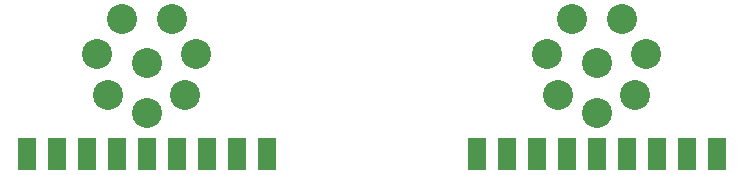
<source format=gbr>
%TF.GenerationSoftware,KiCad,Pcbnew,6.0.11-2627ca5db0~126~ubuntu22.04.1*%
%TF.CreationDate,2023-03-29T10:33:59-07:00*%
%TF.ProjectId,GX16-8P-Horizontal Slot Test,47583136-2d38-4502-9d48-6f72697a6f6e,rev?*%
%TF.SameCoordinates,Original*%
%TF.FileFunction,Soldermask,Bot*%
%TF.FilePolarity,Negative*%
%FSLAX46Y46*%
G04 Gerber Fmt 4.6, Leading zero omitted, Abs format (unit mm)*
G04 Created by KiCad (PCBNEW 6.0.11-2627ca5db0~126~ubuntu22.04.1) date 2023-03-29 10:33:59*
%MOMM*%
%LPD*%
G01*
G04 APERTURE LIST*
%ADD10C,2.540000*%
%ADD11R,1.524000X2.794000*%
G04 APERTURE END LIST*
D10*
%TO.C,J1*%
X118525000Y-78869000D03*
X116465000Y-81812000D03*
X117394000Y-85282000D03*
X120650000Y-86800000D03*
X123906000Y-85282000D03*
X124835000Y-81812000D03*
X122775000Y-78869000D03*
X120650000Y-82550000D03*
%TD*%
%TO.C,J12*%
X156625000Y-78869000D03*
X154565000Y-81812000D03*
X155494000Y-85282000D03*
X158750000Y-86800000D03*
X162006000Y-85282000D03*
X162935000Y-81812000D03*
X160875000Y-78869000D03*
X158750000Y-82550000D03*
%TD*%
D11*
%TO.C,J3*%
X110490000Y-90297000D03*
X113030000Y-90297000D03*
X115570000Y-90297000D03*
X118110000Y-90297000D03*
X120650000Y-90297000D03*
X123190000Y-90297000D03*
X125730000Y-90297000D03*
X128270000Y-90297000D03*
X130810000Y-90297000D03*
%TD*%
%TO.C,J14*%
X148590000Y-90297000D03*
X151130000Y-90297000D03*
X153670000Y-90297000D03*
X156210000Y-90297000D03*
X158750000Y-90297000D03*
X161290000Y-90297000D03*
X163830000Y-90297000D03*
X166370000Y-90297000D03*
X168910000Y-90297000D03*
%TD*%
M02*

</source>
